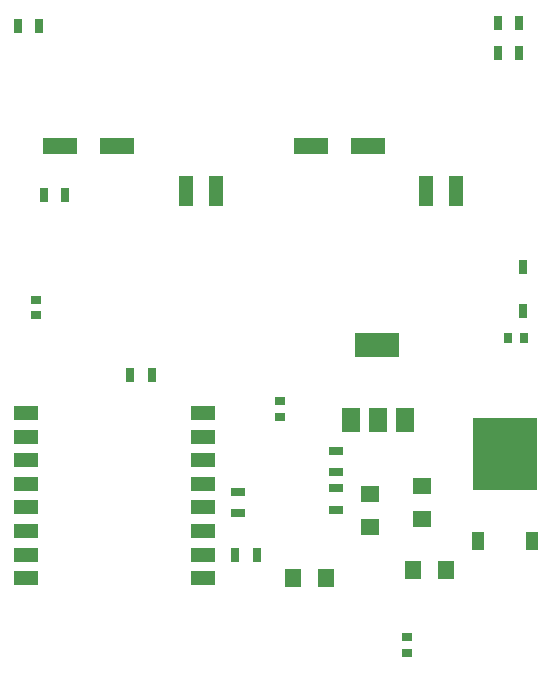
<source format=gtp>
G75*
%MOIN*%
%OFA0B0*%
%FSLAX25Y25*%
%IPPOS*%
%LPD*%
%AMOC8*
5,1,8,0,0,1.08239X$1,22.5*
%
%ADD10R,0.05900X0.07900*%
%ADD11R,0.15000X0.07900*%
%ADD12R,0.06299X0.05512*%
%ADD13R,0.04724X0.03150*%
%ADD14R,0.02756X0.03543*%
%ADD15R,0.05512X0.06299*%
%ADD16R,0.03150X0.04724*%
%ADD17R,0.21260X0.24409*%
%ADD18R,0.03937X0.06299*%
%ADD19R,0.05000X0.10000*%
%ADD20R,0.11811X0.05512*%
%ADD21R,0.02756X0.04724*%
%ADD22R,0.07874X0.04724*%
%ADD23R,0.03543X0.02756*%
D10*
X0230350Y0151860D03*
X0239350Y0151860D03*
X0248350Y0151860D03*
D11*
X0239250Y0176660D03*
D12*
X0254250Y0129772D03*
X0254250Y0118748D03*
X0236750Y0116248D03*
X0236750Y0127272D03*
D13*
X0225500Y0129053D03*
X0225500Y0134467D03*
X0225500Y0141553D03*
X0225500Y0121967D03*
X0193000Y0120717D03*
X0193000Y0127803D03*
D14*
X0282941Y0179260D03*
X0288059Y0179260D03*
D15*
X0262262Y0101760D03*
X0251238Y0101760D03*
X0222262Y0099260D03*
X0211238Y0099260D03*
D16*
X0199043Y0106760D03*
X0191957Y0106760D03*
X0164043Y0166760D03*
X0156957Y0166760D03*
X0135293Y0226760D03*
X0128207Y0226760D03*
X0126543Y0283010D03*
X0119457Y0283010D03*
X0279457Y0284260D03*
X0286543Y0284260D03*
X0286543Y0274260D03*
X0279457Y0274260D03*
D17*
X0281750Y0140353D03*
D18*
X0272774Y0111612D03*
X0290726Y0111612D03*
D19*
X0265500Y0228010D03*
X0255500Y0228010D03*
X0185500Y0228010D03*
X0175500Y0228010D03*
D20*
X0152449Y0243010D03*
X0133551Y0243010D03*
X0217301Y0243010D03*
X0236199Y0243010D03*
D21*
X0288000Y0202793D03*
X0288000Y0188227D03*
D22*
X0122222Y0099043D03*
X0122222Y0106917D03*
X0122222Y0114791D03*
X0122222Y0122666D03*
X0122222Y0130540D03*
X0122222Y0138414D03*
X0122222Y0146288D03*
X0122222Y0154162D03*
X0181278Y0154162D03*
X0181278Y0146288D03*
X0181278Y0138414D03*
X0181278Y0130540D03*
X0181278Y0122666D03*
X0181278Y0114791D03*
X0181278Y0106917D03*
X0181278Y0099043D03*
D23*
X0206750Y0152951D03*
X0206750Y0158069D03*
X0125500Y0186701D03*
X0125500Y0191819D03*
X0249250Y0079319D03*
X0249250Y0074201D03*
M02*

</source>
